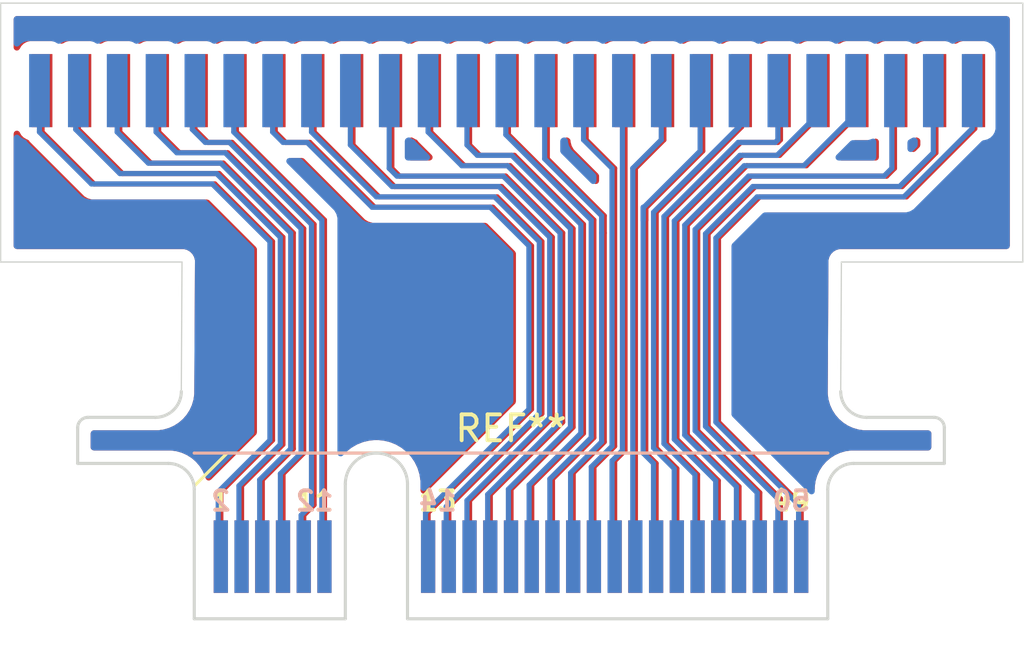
<source format=kicad_pcb>
(kicad_pcb (version 20241229) (generator "pcbnew") (generator_version "9.0")
  (layers (0 "F.Cu" signal) (2 "B.Cu" signal) (13 "F.Paste" user) (15 "B.Paste" user) (5 "F.SilkS" user "F.Silkscreen") (7 "B.SilkS" user "B.Silkscreen") (1 "F.Mask" user) (3 "B.Mask" user) (25 "Edge.Cuts" user))
  (net 0 "")
  (net 1 "1")
  (net 2 "3")
  (net 3 "5")
  (net 4 "7")
  (net 5 "9")
  (net 6 "11")
  (net 7 "13")
  (net 8 "15")
  (net 9 "17")
  (net 10 "19")
  (net 11 "21")
  (net 12 "23")
  (net 13 "25")
  (net 14 "27")
  (net 15 "29")
  (net 16 "31")
  (net 17 "33")
  (net 18 "35")
  (net 19 "37")
  (net 20 "39")
  (net 21 "41")
  (net 22 "43")
  (net 23 "45")
  (net 24 "47")
  (net 25 "49")
  (footprint "Connector_Samtec_HSEC8:Samtec_HSEC8-125-X-X-DV-BL_2x25_P0.8mm_Edge" (layer "F.Cu") (at 137.2 106.4)
    (property "Reference" "REF**" (at 0 -7.35 0) (layer "F.SilkS"))
    (property "Value" "Samtec_HSEC8-125-X-X-DV-BL_2x25_P0.8mm_Edge" (hide yes))
    (fp_line (start -12.225 -5.13) (end -10.955 -6.4) (stroke (width 0.12)) (layer "F.SilkS"))
    (fp_line (start -10.955 -6.4) (end 12.225 -6.4) (stroke (width 0.12)) (layer "F.SilkS"))
    (fp_line (start -12.225 -6.4) (end -12.225 -6.4) (stroke (width 0.12)) (layer "B.SilkS"))
    (fp_line (start -12.225 -6.4) (end 12.225 -6.4) (stroke (width 0.12)) (layer "B.SilkS"))
    (fp_line (start -16.725 -6) (end -16.725 -7.38) (stroke (width 0.12)) (layer "Edge.Cuts"))
    (fp_line (start -16.325 -7.78) (end -13.725 -7.78) (stroke (width 0.12)) (layer "Edge.Cuts"))
    (fp_line (start -13.225 -6) (end -16.725 -6) (stroke (width 0.12)) (layer "Edge.Cuts"))
    (fp_line (start -12.225 -5) (end -12.225 0) (stroke (width 0.12)) (layer "Edge.Cuts"))
    (fp_line (start -12.225 0) (end -6.395 0) (stroke (width 0.12)) (layer "Edge.Cuts"))
    (fp_line (start -6.395 0) (end -6.395 -5.2) (stroke (width 0.12)) (layer "Edge.Cuts"))
    (fp_line (start -3.995 -5.2) (end -3.995 0) (stroke (width 0.12)) (layer "Edge.Cuts"))
    (fp_line (start -3.995 0) (end 12.225 0) (stroke (width 0.12)) (layer "Edge.Cuts"))
    (fp_line (start 12.225 0) (end 12.225 -5) (stroke (width 0.12)) (layer "Edge.Cuts"))
    (fp_line (start 13.225 -6) (end 16.725 -6) (stroke (width 0.12)) (layer "Edge.Cuts"))
    (fp_line (start 16.325 -7.78) (end 13.725 -7.78) (stroke (width 0.12)) (layer "Edge.Cuts"))
    (fp_line (start 16.725 -6) (end 16.725 -7.38) (stroke (width 0.12)) (layer "Edge.Cuts"))
    (fp_arc (start -16.725 -7.38) (mid -16.607843 -7.662843) (end -16.325 -7.78) (stroke (width 0.12)) (layer "Edge.Cuts"))
    (fp_arc (start -13.225 -6) (mid -12.517893 -5.707107) (end -12.225 -5) (stroke (width 0.12)) (layer "Edge.Cuts"))
    (fp_arc (start -12.725 -8.78) (mid -13.017893 -8.072893) (end -13.725 -7.78) (stroke (width 0.12)) (layer "Edge.Cuts"))
    (fp_arc (start -6.395 -5.2) (mid -5.195 -6.4) (end -3.995 -5.2) (stroke (width 0.12)) (layer "Edge.Cuts"))
    (fp_arc (start 12.225 -5) (mid 12.517893 -5.707107) (end 13.225 -6) (stroke (width 0.12)) (layer "Edge.Cuts"))
    (fp_arc (start 13.725 -7.78) (mid 13.017893 -8.072893) (end 12.725 -8.78) (stroke (width 0.12)) (layer "Edge.Cuts"))
    (fp_arc (start 16.325 -7.78) (mid 16.607843 -7.662843) (end 16.725 -7.38) (stroke (width 0.12)) (layer "Edge.Cuts"))
    (fp_text user "49" (at 10.825 -4.55 0) (layer "F.SilkS") (effects (font (size 0.75 0.75))))
    (fp_text user "11" (at -7.575 -4.55 0) (layer "F.SilkS") (effects (font (size 0.75 0.75))))
    (fp_text user "13" (at -2.825 -4.55 0) (layer "F.SilkS") (effects (font (size 0.75 0.75))))
    (fp_text user "1" (at -11.2 -4.55 0) (layer "F.SilkS") (effects (font (size 0.75 0.75))))
    (fp_text user "2" (at -11.2 -4.55 0) (layer "B.SilkS") (effects (font (size 0.75 0.75)) (justify mirror)))
    (fp_text user "50" (at 10.825 -4.55 0) (layer "B.SilkS") (effects (font (size 0.75 0.75)) (justify mirror)))
    (fp_text user "14" (at -2.825 -4.55 0) (layer "B.SilkS") (effects (font (size 0.75 0.75)) (justify mirror)))
    (fp_text user "12" (at -7.575 -4.55 0) (layer "B.SilkS") (effects (font (size 0.75 0.75)) (justify mirror)))
    (pad "1" connect rect (at -11.2 -2.4) (size 0.55 2.8) (layers "F.Cu" "F.Mask") (net 1 "1"))
    (pad "2" connect rect (at -11.2 -2.4) (size 0.55 2.8) (layers "B.Cu" "B.Mask"))
    (pad "3" connect rect (at -10.4 -2.4) (size 0.55 2.8) (layers "F.Cu" "F.Mask") (net 2 "3"))
    (pad "4" connect rect (at -10.4 -2.4) (size 0.55 2.8) (layers "B.Cu" "B.Mask"))
    (pad "5" connect rect (at -9.6 -2.4) (size 0.55 2.8) (layers "F.Cu" "F.Mask") (net 3 "5"))
    (pad "6" connect rect (at -9.6 -2.4) (size 0.55 2.8) (layers "B.Cu" "B.Mask"))
    (pad "7" connect rect (at -8.8 -2.4) (size 0.55 2.8) (layers "F.Cu" "F.Mask") (net 4 "7"))
    (pad "8" connect rect (at -8.8 -2.4) (size 0.55 2.8) (layers "B.Cu" "B.Mask"))
    (pad "9" connect rect (at -8 -2.4) (size 0.55 2.8) (layers "F.Cu" "F.Mask") (net 5 "9"))
    (pad "10" connect rect (at -8 -2.4) (size 0.55 2.8) (layers "B.Cu" "B.Mask"))
    (pad "11" connect rect (at -7.2 -2.4) (size 0.55 2.8) (layers "F.Cu" "F.Mask") (net 6 "11"))
    (pad "12" connect rect (at -7.2 -2.4) (size 0.55 2.8) (layers "B.Cu" "B.Mask"))
    (pad "13" connect rect (at -3.2 -2.4) (size 0.55 2.8) (layers "F.Cu" "F.Mask") (net 7 "13"))
    (pad "14" connect rect (at -3.2 -2.4) (size 0.55 2.8) (layers "B.Cu" "B.Mask"))
    (pad "15" connect rect (at -2.4 -2.4) (size 0.55 2.8) (layers "F.Cu" "F.Mask") (net 8 "15"))
    (pad "16" connect rect (at -2.4 -2.4) (size 0.55 2.8) (layers "B.Cu" "B.Mask"))
    (pad "17" connect rect (at -1.6 -2.4) (size 0.55 2.8) (layers "F.Cu" "F.Mask") (net 9 "17"))
    (pad "18" connect rect (at -1.6 -2.4) (size 0.55 2.8) (layers "B.Cu" "B.Mask"))
    (pad "19" connect rect (at -0.8 -2.4) (size 0.55 2.8) (layers "F.Cu" "F.Mask") (net 10 "19"))
    (pad "20" connect rect (at -0.8 -2.4) (size 0.55 2.8) (layers "B.Cu" "B.Mask"))
    (pad "21" connect rect (at 0 -2.4) (size 0.55 2.8) (layers "F.Cu" "F.Mask") (net 11 "21"))
    (pad "22" connect rect (at 0 -2.4) (size 0.55 2.8) (layers "B.Cu" "B.Mask"))
    (pad "23" connect rect (at 0.8 -2.4) (size 0.55 2.8) (layers "F.Cu" "F.Mask") (net 12 "23"))
    (pad "24" connect rect (at 0.8 -2.4) (size 0.55 2.8) (layers "B.Cu" "B.Mask"))
    (pad "25" connect rect (at 1.6 -2.4) (size 0.55 2.8) (layers "F.Cu" "F.Mask") (net 13 "25"))
    (pad "26" connect rect (at 1.6 -2.4) (size 0.55 2.8) (layers "B.Cu" "B.Mask"))
    (pad "27" connect rect (at 2.4 -2.4) (size 0.55 2.8) (layers "F.Cu" "F.Mask") (net 14 "27"))
    (pad "28" connect rect (at 2.4 -2.4) (size 0.55 2.8) (layers "B.Cu" "B.Mask"))
    (pad "29" connect rect (at 3.2 -2.4) (size 0.55 2.8) (layers "F.Cu" "F.Mask") (net 15 "29"))
    (pad "30" connect rect (at 3.2 -2.4) (size 0.55 2.8) (layers "B.Cu" "B.Mask"))
    (pad "31" connect rect (at 4 -2.4) (size 0.55 2.8) (layers "F.Cu" "F.Mask") (net 16 "31"))
    (pad "32" connect rect (at 4 -2.4) (size 0.55 2.8) (layers "B.Cu" "B.Mask"))
    (pad "33" connect rect (at 4.8 -2.4) (size 0.55 2.8) (layers "F.Cu" "F.Mask") (net 17 "33"))
    (pad "34" connect rect (at 4.8 -2.4) (size 0.55 2.8) (layers "B.Cu" "B.Mask"))
    (pad "35" connect rect (at 5.6 -2.4) (size 0.55 2.8) (layers "F.Cu" "F.Mask") (net 18 "35"))
    (pad "36" connect rect (at 5.6 -2.4) (size 0.55 2.8) (layers "B.Cu" "B.Mask"))
    (pad "37" connect rect (at 6.4 -2.4) (size 0.55 2.8) (layers "F.Cu" "F.Mask") (net 19 "37"))
    (pad "38" connect rect (at 6.4 -2.4) (size 0.55 2.8) (layers "B.Cu" "B.Mask"))
    (pad "39" connect rect (at 7.2 -2.4) (size 0.55 2.8) (layers "F.Cu" "F.Mask") (net 20 "39"))
    (pad "40" connect rect (at 7.2 -2.4) (size 0.55 2.8) (layers "B.Cu" "B.Mask"))
    (pad "41" connect rect (at 8 -2.4) (size 0.55 2.8) (layers "F.Cu" "F.Mask") (net 21 "41"))
    (pad "42" connect rect (at 8 -2.4) (size 0.55 2.8) (layers "B.Cu" "B.Mask"))
    (pad "43" connect rect (at 8.8 -2.4) (size 0.55 2.8) (layers "F.Cu" "F.Mask") (net 22 "43"))
    (pad "44" connect rect (at 8.8 -2.4) (size 0.55 2.8) (layers "B.Cu" "B.Mask"))
    (pad "45" connect rect (at 9.6 -2.4) (size 0.55 2.8) (layers "F.Cu" "F.Mask") (net 23 "45"))
    (pad "46" connect rect (at 9.6 -2.4) (size 0.55 2.8) (layers "B.Cu" "B.Mask"))
    (pad "47" connect rect (at 10.4 -2.4) (size 0.55 2.8) (layers "F.Cu" "F.Mask") (net 24 "47"))
    (pad "48" connect rect (at 10.4 -2.4) (size 0.55 2.8) (layers "B.Cu" "B.Mask"))
    (pad "49" connect rect (at 11.2 -2.4) (size 0.55 2.8) (layers "F.Cu" "F.Mask") (net 25 "49"))
    (pad "50" connect rect (at 11.2 -2.4) (size 0.55 2.8) (layers "B.Cu" "B.Mask"))
  )
  (gr_rect (start 148.7 84.5873) (end 149.5 87.4127) (fill yes) (layer "F.Cu") (net 21))
  (gr_rect (start 142.7 84.5873) (end 143.5 87.4127) (fill yes) (layer "F.Cu") (net 17))
  (gr_rect (start 133.7 84.5873) (end 134.5 87.4127) (fill yes) (layer "F.Cu") (net 11))
  (gr_rect (start 129.2 84.5873) (end 130 87.4127) (fill yes) (layer "F.Cu") (net 8))
  (gr_rect (start 139.7 84.5873) (end 140.5 87.4127) (fill yes) (layer "F.Cu") (net 15))
  (gr_rect (start 154.7 84.5873) (end 155.5 87.4127) (fill yes) (layer "F.Cu") (net 25))
  (gr_rect (start 130.7 84.5873) (end 131.5 87.4127) (fill yes) (layer "F.Cu") (net 9))
  (gr_rect (start 118.7 84.5873) (end 119.5 87.4127) (fill yes) (layer "F.Cu") (net 1))
  (gr_rect (start 132.2 84.5873) (end 133 87.4127) (fill yes) (layer "F.Cu") (net 10))
  (gr_rect (start 138.2 84.5873) (end 139 87.4127) (fill yes) (layer "F.Cu") (net 14))
  (gr_rect (start 126.2 84.5873) (end 127 87.4127) (fill yes) (layer "F.Cu") (net 6))
  (gr_rect (start 127.7 84.5873) (end 128.5 87.4127) (fill yes) (layer "F.Cu") (net 7))
  (gr_rect (start 145.7 84.5873) (end 146.5 87.4127) (fill yes) (layer "F.Cu") (net 19))
  (gr_rect (start 153.2 84.5873) (end 154 87.4127) (fill yes) (layer "F.Cu") (net 24))
  (gr_rect (start 136.7 84.5873) (end 137.5 87.4127) (fill yes) (layer "F.Cu") (net 13))
  (gr_rect (start 151.7 84.5873) (end 152.5 87.4127) (fill yes) (layer "F.Cu") (net 23))
  (gr_rect (start 144.2 84.5873) (end 145 87.4127) (fill yes) (layer "F.Cu") (net 18))
  (gr_rect (start 124.7 84.5873) (end 125.5 87.4127) (fill yes) (layer "F.Cu") (net 5))
  (gr_rect (start 150.2 84.5873) (end 151 87.4127) (fill yes) (layer "F.Cu") (net 22))
  (gr_rect (start 135.2 84.5873) (end 136 87.4127) (fill yes) (layer "F.Cu") (net 12))
  (gr_rect (start 141.2 84.5873) (end 142 87.4127) (fill yes) (layer "F.Cu") (net 16))
  (gr_rect (start 123.2 84.5873) (end 124 87.4127) (fill yes) (layer "F.Cu") (net 4))
  (gr_rect (start 120.2 84.5873) (end 121 87.4127) (fill yes) (layer "F.Cu") (net 2))
  (gr_rect (start 147.2 84.5873) (end 148 87.4127) (fill yes) (layer "F.Cu") (net 20))
  (gr_rect (start 121.7 84.5873) (end 122.5 87.4127) (fill yes) (layer "F.Cu") (net 3))
  (gr_rect (start 144.9 84.5873) (end 144.1 87.4127) (fill yes) (layer "B.Cu") (net 18))
  (gr_rect (start 152.4 84.5873) (end 151.6 87.4127) (fill yes) (layer "B.Cu") (net 23))
  (gr_rect (start 137.4 84.5873) (end 136.6 87.4127) (fill yes) (layer "B.Cu") (net 13))
  (gr_rect (start 122.4 84.5873) (end 121.6 87.4127) (fill yes) (layer "B.Cu") (net 3))
  (gr_rect (start 119.4 84.5873) (end 118.6 87.4127) (fill yes) (layer "B.Cu") (net 1))
  (gr_rect (start 141.9 84.5873) (end 141.1 87.4127) (fill yes) (layer "B.Cu") (net 16))
  (gr_rect (start 138.9 84.5873) (end 138.1 87.4127) (fill yes) (layer "B.Cu") (net 14))
  (gr_rect (start 131.4 84.5873) (end 130.6 87.4127) (fill yes) (layer "B.Cu") (net 9))
  (gr_rect (start 132.9 84.5873) (end 132.1 87.4127) (fill yes) (layer "B.Cu") (net 10))
  (gr_rect (start 128.4 84.5873) (end 127.6 87.4127) (fill yes) (layer "B.Cu") (net 7))
  (gr_rect (start 150.9 84.5873) (end 150.1 87.4127) (fill yes) (layer "B.Cu") (net 22))
  (gr_rect (start 155.4 84.5873) (end 154.6 87.4127) (fill yes) (layer "B.Cu") (net 25))
  (gr_rect (start 134.4 84.5873) (end 133.6 87.4127) (fill yes) (layer "B.Cu") (net 11))
  (gr_rect (start 147.9 84.5873) (end 147.1 87.4127) (fill yes) (layer "B.Cu") (net 20))
  (gr_rect (start 146.4 84.5873) (end 145.6 87.4127) (fill yes) (layer "B.Cu") (net 19))
  (gr_rect (start 125.4 84.5873) (end 124.6 87.4127) (fill yes) (layer "B.Cu") (net 5))
  (gr_rect (start 126.9 84.5873) (end 126.1 87.4127) (fill yes) (layer "B.Cu") (net 6))
  (gr_rect (start 143.4 84.5873) (end 142.6 87.4127) (fill yes) (layer "B.Cu") (net 17))
  (gr_rect (start 129.9 84.5873) (end 129.1 87.4127) (fill yes) (layer "B.Cu") (net 8))
  (gr_rect (start 120.9 84.5873) (end 120.1 87.4127) (fill yes) (layer "B.Cu") (net 2))
  (gr_rect (start 135.9 84.5873) (end 135.1 87.4127) (fill yes) (layer "B.Cu") (net 12))
  (gr_rect (start 153.9 84.5873) (end 153.1 87.4127) (fill yes) (layer "B.Cu") (net 24))
  (gr_rect (start 149.4 84.5873) (end 148.6 87.4127) (fill yes) (layer "B.Cu") (net 21))
  (gr_rect (start 140.4 84.5873) (end 139.6 87.4127) (fill yes) (layer "B.Cu") (net 15))
  (gr_rect (start 123.9 84.5873) (end 123.1 87.4127) (fill yes) (layer "B.Cu") (net 4))
  (gr_line (start 156.952061 92.620073) (end 149.952061 92.620073) (stroke (width 0.05)) (layer "Edge.Cuts"))
  (gr_line (start 149.925 97.62) (end 149.952061 92.620073) (stroke (width 0.05)) (layer "Edge.Cuts"))
  (gr_line (start 124.475 97.62) (end 124.502061 92.620073) (stroke (width 0.05)) (layer "Edge.Cuts"))
  (gr_line (start 156.952061 92.620073) (end 156.952061 82.620073) (stroke (width 0.05)) (layer "Edge.Cuts"))
  (gr_line (start 124.502061 92.620073) (end 117.502061 92.620073) (stroke (width 0.05)) (layer "Edge.Cuts"))
  (gr_line (start 117.502061 92.620073) (end 117.502061 82.620073) (stroke (width 0.05)) (layer "Edge.Cuts"))
  (gr_line (start 156.952061 82.620073) (end 117.502061 82.620073) (stroke (width 0.05)) (layer "Edge.Cuts"))
  (segment (start 121.104 89.604) (end 119.1 87.6) (width 0.2) (layer "F.Cu") (net 1))
  (segment (start 127.995 99.5017) (end 127.995 91.8305) (width 0.2) (layer "F.Cu") (net 1))
  (segment (start 127.995 91.8305) (end 125.7685 89.604) (width 0.2) (layer "F.Cu") (net 1))
  (segment (start 126 101.4967) (end 127.995 99.5017) (width 0.2) (layer "F.Cu") (net 1))
  (segment (start 126 104) (end 126 101.4967) (width 0.2) (layer "F.Cu") (net 1))
  (segment (start 125.7685 89.604) (end 121.104 89.604) (width 0.2) (layer "F.Cu") (net 1))
  (segment (start 119.1 87.6) (end 119.1 86) (width 0.2) (layer "F.Cu") (net 1))
  (segment (start 127.895 91.8305) (end 125.6685 89.604) (width 0.2) (layer "B.Cu") (net 1))
  (segment (start 125.9 101.4967) (end 127.895 99.5017) (width 0.2) (layer "B.Cu") (net 1))
  (segment (start 125.6685 89.604) (end 121.004 89.604) (width 0.2) (layer "B.Cu") (net 1))
  (segment (start 127.895 99.5017) (end 127.895 91.8305) (width 0.2) (layer "B.Cu") (net 1))
  (segment (start 125.9 104) (end 125.9 101.4967) (width 0.2) (layer "B.Cu") (net 1))
  (segment (start 121.004 89.604) (end 119 87.6) (width 0.2) (layer "B.Cu") (net 1))
  (segment (start 119 87.6) (end 119 86) (width 0.2) (layer "B.Cu") (net 1))
  (segment (start 122.203 89.203) (end 125.9346 89.203) (width 0.2) (layer "F.Cu") (net 2))
  (segment (start 128.396 91.6644) (end 128.396 99.6678) (width 0.2) (layer "F.Cu") (net 2))
  (segment (start 120.5 86.1) (end 120.5 87.5) (width 0.2) (layer "F.Cu") (net 2))
  (segment (start 126.8 101.2638) (end 126.8 104) (width 0.2) (layer "F.Cu") (net 2))
  (segment (start 120.5 87.5) (end 122.203 89.203) (width 0.2) (layer "F.Cu") (net 2))
  (segment (start 125.9346 89.203) (end 128.396 91.6644) (width 0.2) (layer "F.Cu") (net 2))
  (segment (start 128.396 99.6678) (end 126.8 101.2638) (width 0.2) (layer "F.Cu") (net 2))
  (segment (start 120.6 86) (end 120.5 86.1) (width 0.2) (layer "F.Cu") (net 2))
  (segment (start 120.4 87.5) (end 122.103 89.203) (width 0.2) (layer "B.Cu") (net 2))
  (segment (start 120.5 86) (end 120.4 86.1) (width 0.2) (layer "B.Cu") (net 2))
  (segment (start 128.296 99.6678) (end 126.7 101.2638) (width 0.2) (layer "B.Cu") (net 2))
  (segment (start 120.4 86.1) (end 120.4 87.5) (width 0.2) (layer "B.Cu") (net 2))
  (segment (start 125.8346 89.203) (end 128.296 91.6644) (width 0.2) (layer "B.Cu") (net 2))
  (segment (start 126.7 101.2638) (end 126.7 104) (width 0.2) (layer "B.Cu") (net 2))
  (segment (start 128.296 91.6644) (end 128.296 99.6678) (width 0.2) (layer "B.Cu") (net 2))
  (segment (start 122.103 89.203) (end 125.8346 89.203) (width 0.2) (layer "B.Cu") (net 2))
  (segment (start 128.797 99.8339) (end 128.797 91.4983) (width 0.2) (layer "F.Cu") (net 3))
  (segment (start 127.6 101.0309) (end 128.797 99.8339) (width 0.2) (layer "F.Cu") (net 3))
  (segment (start 122.1 87.6) (end 122.1 86) (width 0.2) (layer "F.Cu") (net 3))
  (segment (start 128.797 91.4983) (end 126.1007 88.802) (width 0.2) (layer "F.Cu") (net 3))
  (segment (start 123.302 88.802) (end 122.1 87.6) (width 0.2) (layer "F.Cu") (net 3))
  (segment (start 126.1007 88.802) (end 123.302 88.802) (width 0.2) (layer "F.Cu") (net 3))
  (segment (start 127.6 104) (end 127.6 101.0309) (width 0.2) (layer "F.Cu") (net 3))
  (segment (start 127.5 101.0309) (end 128.697 99.8339) (width 0.2) (layer "B.Cu") (net 3))
  (segment (start 123.202 88.802) (end 122 87.6) (width 0.2) (layer "B.Cu") (net 3))
  (segment (start 128.697 91.4983) (end 126.0007 88.802) (width 0.2) (layer "B.Cu") (net 3))
  (segment (start 122 87.6) (end 122 86) (width 0.2) (layer "B.Cu") (net 3))
  (segment (start 126.0007 88.802) (end 123.202 88.802) (width 0.2) (layer "B.Cu") (net 3))
  (segment (start 127.5 104) (end 127.5 101.0309) (width 0.2) (layer "B.Cu") (net 3))
  (segment (start 128.697 99.8339) (end 128.697 91.4983) (width 0.2) (layer "B.Cu") (net 3))
  (segment (start 129.198 91.3322) (end 129.198 100) (width 0.2) (layer "F.Cu") (net 4))
  (segment (start 123.6 87.6) (end 124.401 88.401) (width 0.2) (layer "F.Cu") (net 4))
  (segment (start 123.6 86) (end 123.6 87.6) (width 0.2) (layer "F.Cu") (net 4))
  (segment (start 124.401 88.401) (end 126.2668 88.401) (width 0.2) (layer "F.Cu") (net 4))
  (segment (start 126.2668 88.401) (end 129.198 91.3322) (width 0.2) (layer "F.Cu") (net 4))
  (segment (start 129.198 100) (end 128.4 100.798) (width 0.2) (layer "F.Cu") (net 4))
  (segment (start 128.4 100.798) (end 128.4 104) (width 0.2) (layer "F.Cu") (net 4))
  (segment (start 126.1668 88.401) (end 129.098 91.3322) (width 0.2) (layer "B.Cu") (net 4))
  (segment (start 129.098 91.3322) (end 129.098 100) (width 0.2) (layer "B.Cu") (net 4))
  (segment (start 123.5 86) (end 123.5 87.6) (width 0.2) (layer "B.Cu") (net 4))
  (segment (start 129.098 100) (end 128.3 100.798) (width 0.2) (layer "B.Cu") (net 4))
  (segment (start 124.301 88.401) (end 126.1668 88.401) (width 0.2) (layer "B.Cu") (net 4))
  (segment (start 128.3 100.798) (end 128.3 104) (width 0.2) (layer "B.Cu") (net 4))
  (segment (start 123.5 87.6) (end 124.301 88.401) (width 0.2) (layer "B.Cu") (net 4))
  (segment (start 125 87.5) (end 125 86.1) (width 0.2) (layer "F.Cu") (net 5))
  (segment (start 126.4329 88) (end 125.5 88) (width 0.2) (layer "F.Cu") (net 5))
  (segment (start 129.599 102.001) (end 129.599 91.1661) (width 0.2) (layer "F.Cu") (net 5))
  (segment (start 129.2 102.4) (end 129.599 102.001) (width 0.2) (layer "F.Cu") (net 5))
  (segment (start 125 86.1) (end 125.1 86) (width 0.2) (layer "F.Cu") (net 5))
  (segment (start 129.599 91.1661) (end 126.4329 88) (width 0.2) (layer "F.Cu") (net 5))
  (segment (start 129.2 104) (end 129.2 102.4) (width 0.2) (layer "F.Cu") (net 5))
  (segment (start 125.5 88) (end 125 87.5) (width 0.2) (layer "F.Cu") (net 5))
  (segment (start 129.499 91.1661) (end 126.3329 88) (width 0.2) (layer "B.Cu") (net 5))
  (segment (start 129.1 104) (end 129.1 102.4) (width 0.2) (layer "B.Cu") (net 5))
  (segment (start 129.1 102.4) (end 129.499 102.001) (width 0.2) (layer "B.Cu") (net 5))
  (segment (start 125.4 88) (end 124.9 87.5) (width 0.2) (layer "B.Cu") (net 5))
  (segment (start 129.499 102.001) (end 129.499 91.1661) (width 0.2) (layer "B.Cu") (net 5))
  (segment (start 126.3329 88) (end 125.4 88) (width 0.2) (layer "B.Cu") (net 5))
  (segment (start 124.9 87.5) (end 124.9 86.1) (width 0.2) (layer "B.Cu") (net 5))
  (segment (start 124.9 86.1) (end 125 86) (width 0.2) (layer "B.Cu") (net 5))
  (segment (start 130 91) (end 130 104) (width 0.2) (layer "F.Cu") (net 6))
  (segment (start 126.6 87.6) (end 130 91) (width 0.2) (layer "F.Cu") (net 6))
  (segment (start 126.6 86) (end 126.6 87.6) (width 0.2) (layer "F.Cu") (net 6))
  (segment (start 126.5 87.6) (end 129.9 91) (width 0.2) (layer "B.Cu") (net 6))
  (segment (start 126.5 86) (end 126.5 87.6) (width 0.2) (layer "B.Cu") (net 6))
  (segment (start 129.9 91) (end 129.9 104) (width 0.2) (layer "B.Cu") (net 6))
  (segment (start 128.5 88) (end 129.4329 88) (width 0.2) (layer "F.Cu") (net 7))
  (segment (start 131.9379 90.505) (end 136.4994 90.505) (width 0.2) (layer "F.Cu") (net 7))
  (segment (start 129.4329 88) (end 131.9379 90.505) (width 0.2) (layer "F.Cu") (net 7))
  (segment (start 136.4994 90.505) (end 137.991 91.9966) (width 0.2) (layer "F.Cu") (net 7))
  (segment (start 137.991 98.3077) (end 134 102.2987) (width 0.2) (layer "F.Cu") (net 7))
  (segment (start 128.1 86) (end 128.1 87.6) (width 0.2) (layer "F.Cu") (net 7))
  (segment (start 134 102.2987) (end 134 104) (width 0.2) (layer "F.Cu") (net 7))
  (segment (start 128.1 87.6) (end 128.5 88) (width 0.2) (layer "F.Cu") (net 7))
  (segment (start 137.991 91.9966) (end 137.991 98.3077) (width 0.2) (layer "F.Cu") (net 7))
  (segment (start 128 87.6) (end 128.4 88) (width 0.2) (layer "B.Cu") (net 7))
  (segment (start 131.8379 90.505) (end 136.3994 90.505) (width 0.2) (layer "B.Cu") (net 7))
  (segment (start 136.3994 90.505) (end 137.891 91.9966) (width 0.2) (layer "B.Cu") (net 7))
  (segment (start 133.9 102.2987) (end 133.9 104) (width 0.2) (layer "B.Cu") (net 7))
  (segment (start 137.891 98.3077) (end 133.9 102.2987) (width 0.2) (layer "B.Cu") (net 7))
  (segment (start 137.891 91.9966) (end 137.891 98.3077) (width 0.2) (layer "B.Cu") (net 7))
  (segment (start 128.4 88) (end 129.3329 88) (width 0.2) (layer "B.Cu") (net 7))
  (segment (start 129.3329 88) (end 131.8379 90.505) (width 0.2) (layer "B.Cu") (net 7))
  (segment (start 128 86) (end 128 87.6) (width 0.2) (layer "B.Cu") (net 7))
  (segment (start 138.392 98.4738) (end 138.392 91.8305) (width 0.2) (layer "F.Cu") (net 8))
  (segment (start 138.392 91.8305) (end 136.6655 90.104) (width 0.2) (layer "F.Cu") (net 8))
  (segment (start 132.104 90.104) (end 129.6 87.6) (width 0.2) (layer "F.Cu") (net 8))
  (segment (start 134.8 102.0658) (end 138.392 98.4738) (width 0.2) (layer "F.Cu") (net 8))
  (segment (start 134.8 104) (end 134.8 102.0658) (width 0.2) (layer "F.Cu") (net 8))
  (segment (start 129.6 87.6) (end 129.6 86) (width 0.2) (layer "F.Cu") (net 8))
  (segment (start 136.6655 90.104) (end 132.104 90.104) (width 0.2) (layer "F.Cu") (net 8))
  (segment (start 138.292 91.8305) (end 136.5655 90.104) (width 0.2) (layer "B.Cu") (net 8))
  (segment (start 134.7 102.0658) (end 138.292 98.4738) (width 0.2) (layer "B.Cu") (net 8))
  (segment (start 136.5655 90.104) (end 132.004 90.104) (width 0.2) (layer "B.Cu") (net 8))
  (segment (start 129.5 87.6) (end 129.5 86) (width 0.2) (layer "B.Cu") (net 8))
  (segment (start 138.292 98.4738) (end 138.292 91.8305) (width 0.2) (layer "B.Cu") (net 8))
  (segment (start 134.7 104) (end 134.7 102.0658) (width 0.2) (layer "B.Cu") (net 8))
  (segment (start 132.004 90.104) (end 129.5 87.6) (width 0.2) (layer "B.Cu") (net 8))
  (segment (start 136.8316 89.703) (end 138.793 91.6644) (width 0.2) (layer "F.Cu") (net 9))
  (segment (start 131.1 86) (end 131.1 88.1) (width 0.2) (layer "F.Cu") (net 9))
  (segment (start 138.793 91.6644) (end 138.793 98.6399) (width 0.2) (layer "F.Cu") (net 9))
  (segment (start 132.703 89.703) (end 136.8316 89.703) (width 0.2) (layer "F.Cu") (net 9))
  (segment (start 131.1 88.1) (end 132.703 89.703) (width 0.2) (layer "F.Cu") (net 9))
  (segment (start 135.6 101.8329) (end 135.6 104) (width 0.2) (layer "F.Cu") (net 9))
  (segment (start 138.793 98.6399) (end 135.6 101.8329) (width 0.2) (layer "F.Cu") (net 9))
  (segment (start 138.693 98.6399) (end 135.5 101.8329) (width 0.2) (layer "B.Cu") (net 9))
  (segment (start 132.603 89.703) (end 136.7316 89.703) (width 0.2) (layer "B.Cu") (net 9))
  (segment (start 136.7316 89.703) (end 138.693 91.6644) (width 0.2) (layer "B.Cu") (net 9))
  (segment (start 138.693 91.6644) (end 138.693 98.6399) (width 0.2) (layer "B.Cu") (net 9))
  (segment (start 135.5 101.8329) (end 135.5 104) (width 0.2) (layer "B.Cu") (net 9))
  (segment (start 131 86) (end 131 88.1) (width 0.2) (layer "B.Cu") (net 9))
  (segment (start 131 88.1) (end 132.603 89.703) (width 0.2) (layer "B.Cu") (net 9))
  (segment (start 132.6 89.004) (end 132.6 86) (width 0.2) (layer "F.Cu") (net 10))
  (segment (start 139.194 98.806) (end 139.194 91.4983) (width 0.2) (layer "F.Cu") (net 10))
  (segment (start 136.4 104) (end 136.4 101.6) (width 0.2) (layer "F.Cu") (net 10))
  (segment (start 139.194 91.4983) (end 136.9977 89.302) (width 0.2) (layer "F.Cu") (net 10))
  (segment (start 136.9977 89.302) (end 132.898 89.302) (width 0.2) (layer "F.Cu") (net 10))
  (segment (start 136.4 101.6) (end 139.194 98.806) (width 0.2) (layer "F.Cu") (net 10))
  (segment (start 132.898 89.302) (end 132.6 89.004) (width 0.2) (layer "F.Cu") (net 10))
  (segment (start 132.798 89.302) (end 132.5 89.004) (width 0.2) (layer "B.Cu") (net 10))
  (segment (start 132.5 89.004) (end 132.5 86) (width 0.2) (layer "B.Cu") (net 10))
  (segment (start 136.8977 89.302) (end 132.798 89.302) (width 0.2) (layer "B.Cu") (net 10))
  (segment (start 136.3 101.6) (end 139.094 98.806) (width 0.2) (layer "B.Cu") (net 10))
  (segment (start 139.094 98.806) (end 139.094 91.4983) (width 0.2) (layer "B.Cu") (net 10))
  (segment (start 136.3 104) (end 136.3 101.6) (width 0.2) (layer "B.Cu") (net 10))
  (segment (start 139.094 91.4983) (end 136.8977 89.302) (width 0.2) (layer "B.Cu") (net 10))
  (segment (start 134.1 87.1671) (end 134.1 87.6) (width 0.2) (layer "F.Cu") (net 11))
  (segment (start 135.401 88.901) (end 137.1638 88.901) (width 0.2) (layer "F.Cu") (net 11))
  (segment (start 139.595 99) (end 137.2 101.395) (width 0.2) (layer "F.Cu") (net 11))
  (segment (start 137.1638 88.901) (end 139.595 91.3322) (width 0.2) (layer "F.Cu") (net 11))
  (segment (start 137.2 101.395) (end 137.2 104) (width 0.2) (layer "F.Cu") (net 11))
  (segment (start 134.1 87.6) (end 135.401 88.901) (width 0.2) (layer "F.Cu") (net 11))
  (segment (start 139.595 91.3322) (end 139.595 99) (width 0.2) (layer "F.Cu") (net 11))
  (segment (start 135.301 88.901) (end 137.0638 88.901) (width 0.2) (layer "B.Cu") (net 11))
  (segment (start 139.495 91.3322) (end 139.495 99) (width 0.2) (layer "B.Cu") (net 11))
  (segment (start 134 87.6) (end 135.301 88.901) (width 0.2) (layer "B.Cu") (net 11))
  (segment (start 137.1 101.395) (end 137.1 104) (width 0.2) (layer "B.Cu") (net 11))
  (segment (start 139.495 99) (end 137.1 101.395) (width 0.2) (layer "B.Cu") (net 11))
  (segment (start 134 87.1671) (end 134 87.6) (width 0.2) (layer "B.Cu") (net 11))
  (segment (start 137.0638 88.901) (end 139.495 91.3322) (width 0.2) (layer "B.Cu") (net 11))
  (segment (start 137.3299 88.5) (end 139.996 91.1661) (width 0.2) (layer "F.Cu") (net 12))
  (segment (start 136 88.5) (end 137.3299 88.5) (width 0.2) (layer "F.Cu") (net 12))
  (segment (start 138 101.2316) (end 138 104) (width 0.2) (layer "F.Cu") (net 12))
  (segment (start 139.996 91.1661) (end 139.996 99.2356) (width 0.2) (layer "F.Cu") (net 12))
  (segment (start 139.996 99.2356) (end 138 101.2316) (width 0.2) (layer "F.Cu") (net 12))
  (segment (start 135.6 86) (end 135.6 88.1) (width 0.2) (layer "F.Cu") (net 12))
  (segment (start 135.6 88.1) (end 136 88.5) (width 0.2) (layer "F.Cu") (net 12))
  (segment (start 135.5 86) (end 135.5 88.1) (width 0.2) (layer "B.Cu") (net 12))
  (segment (start 137.9 101.2316) (end 137.9 104) (width 0.2) (layer "B.Cu") (net 12))
  (segment (start 135.5 88.1) (end 135.9 88.5) (width 0.2) (layer "B.Cu") (net 12))
  (segment (start 135.9 88.5) (end 137.2299 88.5) (width 0.2) (layer "B.Cu") (net 12))
  (segment (start 139.896 99.2356) (end 137.9 101.2316) (width 0.2) (layer "B.Cu") (net 12))
  (segment (start 137.2299 88.5) (end 139.896 91.1661) (width 0.2) (layer "B.Cu") (net 12))
  (segment (start 139.896 91.1661) (end 139.896 99.2356) (width 0.2) (layer "B.Cu") (net 12))
  (segment (start 138.8 100.9987) (end 140.397 99.4017) (width 0.2) (layer "F.Cu") (net 13))
  (segment (start 137.1 87.703) (end 137.1 86) (width 0.2) (layer "F.Cu") (net 13))
  (segment (start 140.397 91) (end 137.1 87.703) (width 0.2) (layer "F.Cu") (net 13))
  (segment (start 140.397 99.4017) (end 140.397 91) (width 0.2) (layer "F.Cu") (net 13))
  (segment (start 138.8 104) (end 138.8 100.9987) (width 0.2) (layer "F.Cu") (net 13))
  (segment (start 138.7 100.9987) (end 140.297 99.4017) (width 0.2) (layer "B.Cu") (net 13))
  (segment (start 138.7 104) (end 138.7 100.9987) (width 0.2) (layer "B.Cu") (net 13))
  (segment (start 137 87.703) (end 137 86) (width 0.2) (layer "B.Cu") (net 13))
  (segment (start 140.297 99.4017) (end 140.297 91) (width 0.2) (layer "B.Cu") (net 13))
  (segment (start 140.297 91) (end 137 87.703) (width 0.2) (layer "B.Cu") (net 13))
  (segment (start 140.798 99.5678) (end 139.6 100.7658) (width 0.2) (layer "F.Cu") (net 14))
  (segment (start 139.6 100.7658) (end 139.6 104) (width 0.2) (layer "F.Cu") (net 14))
  (segment (start 138.6 86.9681) (end 138.6 88.6359) (width 0.2) (layer "F.Cu") (net 14))
  (segment (start 140.798 91.5) (end 140.798 99.5678) (width 0.2) (layer "F.Cu") (net 14))
  (segment (start 138.6 88.6359) (end 140.798 90.8339) (width 0.2) (layer "F.Cu") (net 14))
  (segment (start 140.798 90.8339) (end 140.798 91.5) (width 0.2) (layer "F.Cu") (net 14))
  (segment (start 139.5 100.7658) (end 139.5 104) (width 0.2) (layer "B.Cu") (net 14))
  (segment (start 138.5 86.9681) (end 138.5 88.6359) (width 0.2) (layer "B.Cu") (net 14))
  (segment (start 140.698 90.8339) (end 140.698 91.5) (width 0.2) (layer "B.Cu") (net 14))
  (segment (start 140.698 91.5) (end 140.698 99.5678) (width 0.2) (layer "B.Cu") (net 14))
  (segment (start 140.698 99.5678) (end 139.5 100.7658) (width 0.2) (layer "B.Cu") (net 14))
  (segment (start 138.5 88.6359) (end 140.698 90.8339) (width 0.2) (layer "B.Cu") (net 14))
  (segment (start 140.1 86) (end 140.1 87.901) (width 0.2) (layer "F.Cu") (net 15))
  (segment (start 141.199 89) (end 141.199 99.7339) (width 0.2) (layer "F.Cu") (net 15))
  (segment (start 140.1 87.901) (end 141.199 89) (width 0.2) (layer "F.Cu") (net 15))
  (segment (start 141.199 99.7339) (end 140.4 100.5329) (width 0.2) (layer "F.Cu") (net 15))
  (segment (start 140.4 100.5329) (end 140.4 104) (width 0.2) (layer "F.Cu") (net 15))
  (segment (start 141.099 89) (end 141.099 99.7339) (width 0.2) (layer "B.Cu") (net 15))
  (segment (start 140 86) (end 140 87.901) (width 0.2) (layer "B.Cu") (net 15))
  (segment (start 141.099 99.7339) (end 140.3 100.5329) (width 0.2) (layer "B.Cu") (net 15))
  (segment (start 140 87.901) (end 141.099 89) (width 0.2) (layer "B.Cu") (net 15))
  (segment (start 140.3 100.5329) (end 140.3 104) (width 0.2) (layer "B.Cu") (net 15))
  (segment (start 141.2 100.3) (end 141.2 104) (width 0.2) (layer "F.Cu") (net 16))
  (segment (start 141.6 99.9) (end 141.2 100.3) (width 0.2) (layer "F.Cu") (net 16))
  (segment (start 141.6 86) (end 141.6 99.9) (width 0.2) (layer "F.Cu") (net 16))
  (segment (start 141.5 86) (end 141.5 99.9) (width 0.2) (layer "B.Cu") (net 16))
  (segment (start 141.5 99.9) (end 141.1 100.3) (width 0.2) (layer "B.Cu") (net 16))
  (segment (start 141.1 100.3) (end 141.1 104) (width 0.2) (layer "B.Cu") (net 16))
  (segment (start 142 89) (end 142 104) (width 0.2) (layer "F.Cu") (net 17))
  (segment (start 143.1 86) (end 143.1 87.9) (width 0.2) (layer "F.Cu") (net 17))
  (segment (start 143.1 87.9) (end 142 89) (width 0.2) (layer "F.Cu") (net 17))
  (segment (start 143 87.9) (end 141.9 89) (width 0.2) (layer "B.Cu") (net 17))
  (segment (start 143 86) (end 143 87.9) (width 0.2) (layer "B.Cu") (net 17))
  (segment (start 141.9 89) (end 141.9 104) (width 0.2) (layer "B.Cu") (net 17))
  (segment (start 142.401 90.5319) (end 142.401 91) (width 0.2) (layer "F.Cu") (net 18))
  (segment (start 142.401 100) (end 142.8 100.399) (width 0.2) (layer "F.Cu") (net 18))
  (segment (start 144.6 86) (end 144.6 88.3329) (width 0.2) (layer "F.Cu") (net 18))
  (segment (start 144.6 88.3329) (end 142.401 90.5319) (width 0.2) (layer "F.Cu") (net 18))
  (segment (start 142.401 90.5) (end 142.401 91) (width 0.2) (layer "F.Cu") (net 18))
  (segment (start 142.401 91) (end 142.401 100) (width 0.2) (layer "F.Cu") (net 18))
  (segment (start 142.8 100.399) (end 142.8 104) (width 0.2) (layer "F.Cu") (net 18))
  (segment (start 142.301 91) (end 142.301 100) (width 0.2) (layer "B.Cu") (net 18))
  (segment (start 144.5 86) (end 144.5 88.3329) (width 0.2) (layer "B.Cu") (net 18))
  (segment (start 142.301 90.5319) (end 142.301 91) (width 0.2) (layer "B.Cu") (net 18))
  (segment (start 142.7 100.399) (end 142.7 104) (width 0.2) (layer "B.Cu") (net 18))
  (segment (start 144.5 88.3329) (end 142.301 90.5319) (width 0.2) (layer "B.Cu") (net 18))
  (segment (start 142.301 90.5) (end 142.301 91) (width 0.2) (layer "B.Cu") (net 18))
  (segment (start 142.301 100) (end 142.7 100.399) (width 0.2) (layer "B.Cu") (net 18))
  (segment (start 143.6 100.6) (end 143.6 104) (width 0.2) (layer "F.Cu") (net 19))
  (segment (start 146.1 86) (end 146.1 87.4) (width 0.2) (layer "F.Cu") (net 19))
  (segment (start 146.1 87.4) (end 142.802 90.698) (width 0.2) (layer "F.Cu") (net 19))
  (segment (start 142.802 90.698) (end 142.802 99.802) (width 0.2) (layer "F.Cu") (net 19))
  (segment (start 142.802 99.802) (end 143.6 100.6) (width 0.2) (layer "F.Cu") (net 19))
  (segment (start 146 86) (end 146 87.4) (width 0.2) (layer "B.Cu") (net 19))
  (segment (start 146 87.4) (end 142.702 90.698) (width 0.2) (layer "B.Cu") (net 19))
  (segment (start 142.702 90.698) (end 142.702 99.802) (width 0.2) (layer "B.Cu") (net 19))
  (segment (start 143.5 100.6) (end 143.5 104) (width 0.2) (layer "B.Cu") (net 19))
  (segment (start 142.702 99.802) (end 143.5 100.6) (width 0.2) (layer "B.Cu") (net 19))
  (segment (start 147.6 87.9) (end 147.5 88) (width 0.2) (layer "F.Cu") (net 20))
  (segment (start 143.203 90.8641) (end 143.203 99.6359) (width 0.2) (layer "F.Cu") (net 20))
  (segment (start 146.0671 88) (end 143.203 90.8641) (width 0.2) (layer "F.Cu") (net 20))
  (segment (start 144.4 100.8329) (end 144.4 104) (width 0.2) (layer "F.Cu") (net 20))
  (segment (start 147.6 86) (end 147.6 87.9) (width 0.2) (layer "F.Cu") (net 20))
  (segment (start 143.203 99.6359) (end 144.4 100.8329) (width 0.2) (layer "F.Cu") (net 20))
  (segment (start 147.5 88) (end 146.0671 88) (width 0.2) (layer "F.Cu") (net 20))
  (segment (start 143.103 99.6359) (end 144.3 100.8329) (width 0.2) (layer "B.Cu") (net 20))
  (segment (start 147.5 86) (end 147.5 87.9) (width 0.2) (layer "B.Cu") (net 20))
  (segment (start 147.5 87.9) (end 147.4 88) (width 0.2) (layer "B.Cu") (net 20))
  (segment (start 143.103 90.8641) (end 143.103 99.6359) (width 0.2) (layer "B.Cu") (net 20))
  (segment (start 147.4 88) (end 145.9671 88) (width 0.2) (layer "B.Cu") (net 20))
  (segment (start 144.3 100.8329) (end 144.3 104) (width 0.2) (layer "B.Cu") (net 20))
  (segment (start 145.9671 88) (end 143.103 90.8641) (width 0.2) (layer "B.Cu") (net 20))
  (segment (start 146.1342 88.5) (end 143.604 91.0302) (width 0.2) (layer "F.Cu") (net 21))
  (segment (start 145.2 101.0658) (end 145.2 104) (width 0.2) (layer "F.Cu") (net 21))
  (segment (start 147.5671 88.5) (end 146.1342 88.5) (width 0.2) (layer "F.Cu") (net 21))
  (segment (start 143.604 91.0302) (end 143.604 99.4698) (width 0.2) (layer "F.Cu") (net 21))
  (segment (start 149.1 86) (end 149.1 86.9671) (width 0.2) (layer "F.Cu") (net 21))
  (segment (start 143.604 99.4698) (end 145.2 101.0658) (width 0.2) (layer "F.Cu") (net 21))
  (segment (start 149.1 86.9671) (end 147.5671 88.5) (width 0.2) (layer "F.Cu") (net 21))
  (segment (start 146.0342 88.5) (end 143.504 91.0302) (width 0.2) (layer "B.Cu") (net 21))
  (segment (start 143.504 99.4698) (end 145.1 101.0658) (width 0.2) (layer "B.Cu") (net 21))
  (segment (start 149 86) (end 149 86.9671) (width 0.2) (layer "B.Cu") (net 21))
  (segment (start 143.504 91.0302) (end 143.504 99.4698) (width 0.2) (layer "B.Cu") (net 21))
  (segment (start 149 86.9671) (end 147.4671 88.5) (width 0.2) (layer "B.Cu") (net 21))
  (segment (start 145.1 101.0658) (end 145.1 104) (width 0.2) (layer "B.Cu") (net 21))
  (segment (start 147.4671 88.5) (end 146.0342 88.5) (width 0.2) (layer "B.Cu") (net 21))
  (segment (start 150.6 86) (end 150.6 86.9) (width 0.2) (layer "F.Cu") (net 22))
  (segment (start 144.005 99.3037) (end 146 101.2987) (width 0.2) (layer "F.Cu") (net 22))
  (segment (start 146 101.2987) (end 146 104) (width 0.2) (layer "F.Cu") (net 22))
  (segment (start 148.599 88.901) (end 146.3003 88.901) (width 0.2) (layer "F.Cu") (net 22))
  (segment (start 146.3003 88.901) (end 144.005 91.1963) (width 0.2) (layer "F.Cu") (net 22))
  (segment (start 150.6 86.9) (end 148.599 88.901) (width 0.2) (layer "F.Cu") (net 22))
  (segment (start 144.005 91.1963) (end 144.005 99.3037) (width 0.2) (layer "F.Cu") (net 22))
  (segment (start 145.9 101.2987) (end 145.9 104) (width 0.2) (layer "B.Cu") (net 22))
  (segment (start 143.905 99.3037) (end 145.9 101.2987) (width 0.2) (layer "B.Cu") (net 22))
  (segment (start 150.5 86.9) (end 148.499 88.901) (width 0.2) (layer "B.Cu") (net 22))
  (segment (start 146.2003 88.901) (end 143.905 91.1963) (width 0.2) (layer "B.Cu") (net 22))
  (segment (start 150.5 86) (end 150.5 86.9) (width 0.2) (layer "B.Cu") (net 22))
  (segment (start 143.905 91.1963) (end 143.905 99.3037) (width 0.2) (layer "B.Cu") (net 22))
  (segment (start 148.499 88.901) (end 146.2003 88.901) (width 0.2) (layer "B.Cu") (net 22))
  (segment (start 152.1 86) (end 152 86.1) (width 0.2) (layer "F.Cu") (net 23))
  (segment (start 144.406 99.1376) (end 146.8 101.5316) (width 0.2) (layer "F.Cu") (net 23))
  (segment (start 151.698 89.302) (end 146.4664 89.302) (width 0.2) (layer "F.Cu") (net 23))
  (segment (start 146.4664 89.302) (end 144.406 91.3624) (width 0.2) (layer "F.Cu") (net 23))
  (segment (start 146.8 101.5316) (end 146.8 104) (width 0.2) (layer "F.Cu") (net 23))
  (segment (start 152 86.1) (end 152 89) (width 0.2) (layer "F.Cu") (net 23))
  (segment (start 144.406 91.3624) (end 144.406 99.1376) (width 0.2) (layer "F.Cu") (net 23))
  (segment (start 152 89) (end 151.698 89.302) (width 0.2) (layer "F.Cu") (net 23))
  (segment (start 151.9 89) (end 151.598 89.302) (width 0.2) (layer "B.Cu") (net 23))
  (segment (start 146.7 101.5316) (end 146.7 104) (width 0.2) (layer "B.Cu") (net 23))
  (segment (start 151.598 89.302) (end 146.3664 89.302) (width 0.2) (layer "B.Cu") (net 23))
  (segment (start 151.9 86.1) (end 151.9 89) (width 0.2) (layer "B.Cu") (net 23))
  (segment (start 144.306 91.3624) (end 144.306 99.1376) (width 0.2) (layer "B.Cu") (net 23))
  (segment (start 146.3664 89.302) (end 144.306 91.3624) (width 0.2) (layer "B.Cu") (net 23))
  (segment (start 152 86) (end 151.9 86.1) (width 0.2) (layer "B.Cu") (net 23))
  (segment (start 144.306 99.1376) (end 146.7 101.5316) (width 0.2) (layer "B.Cu") (net 23))
  (segment (start 147.6 104) (end 147.6 101.7645) (width 0.2) (layer "F.Cu") (net 24))
  (segment (start 153.6 88.4) (end 153.6 86) (width 0.2) (layer "F.Cu") (net 24))
  (segment (start 144.807 91.5285) (end 146.6325 89.703) (width 0.2) (layer "F.Cu") (net 24))
  (segment (start 146.6325 89.703) (end 152.297 89.703) (width 0.2) (layer "F.Cu") (net 24))
  (segment (start 144.807 98.9715) (end 144.807 91.5285) (width 0.2) (layer "F.Cu") (net 24))
  (segment (start 147.6 101.7645) (end 144.807 98.9715) (width 0.2) (layer "F.Cu") (net 24))
  (segment (start 152.297 89.703) (end 153.6 88.4) (width 0.2) (layer "F.Cu") (net 24))
  (segment (start 144.707 91.5285) (end 146.5325 89.703) (width 0.2) (layer "B.Cu") (net 24))
  (segment (start 153.5 88.4) (end 153.5 86) (width 0.2) (layer "B.Cu") (net 24))
  (segment (start 147.5 104) (end 147.5 101.7645) (width 0.2) (layer "B.Cu") (net 24))
  (segment (start 144.707 98.9715) (end 144.707 91.5285) (width 0.2) (layer "B.Cu") (net 24))
  (segment (start 152.197 89.703) (end 153.5 88.4) (width 0.2) (layer "B.Cu") (net 24))
  (segment (start 146.5325 89.703) (end 152.197 89.703) (width 0.2) (layer "B.Cu") (net 24))
  (segment (start 147.5 101.7645) (end 144.707 98.9715) (width 0.2) (layer "B.Cu") (net 24))
  (segment (start 145.208 91.6946) (end 145.208 98.8054) (width 0.2) (layer "F.Cu") (net 25))
  (segment (start 155.1 86) (end 155.1 87.4671) (width 0.2) (layer "F.Cu") (net 25))
  (segment (start 155.1 87.4671) (end 152.4631 90.104) (width 0.2) (layer "F.Cu") (net 25))
  (segment (start 152.4631 90.104) (end 146.7986 90.104) (width 0.2) (layer "F.Cu") (net 25))
  (segment (start 146.7986 90.104) (end 145.208 91.6946) (width 0.2) (layer "F.Cu") (net 25))
  (segment (start 145.208 98.8054) (end 148.4 101.9974) (width 0.2) (layer "F.Cu") (net 25))
  (segment (start 148.4 101.9974) (end 148.4 104) (width 0.2) (layer "F.Cu") (net 25))
  (segment (start 152.3631 90.104) (end 146.6986 90.104) (width 0.2) (layer "B.Cu") (net 25))
  (segment (start 145.108 91.6946) (end 145.108 98.8054) (width 0.2) (layer "B.Cu") (net 25))
  (segment (start 148.3 101.9974) (end 148.3 104) (width 0.2) (layer "B.Cu") (net 25))
  (segment (start 145.108 98.8054) (end 148.3 101.9974) (width 0.2) (layer "B.Cu") (net 25))
  (segment (start 155 87.4671) (end 152.3631 90.104) (width 0.2) (layer "B.Cu") (net 25))
  (segment (start 155 86) (end 155 87.4671) (width 0.2) (layer "B.Cu") (net 25))
  (segment (start 146.6986 90.104) (end 145.108 91.6946) (width 0.2) (layer "B.Cu") (net 25))
  (zone (net 0) (net_name "") (layers "F.Cu" "B.Cu") (connect_pads (clearance 0.5)) (min_thickness 0.25) (fill yes (thermal_gap 0.5) (thermal_bridge_width 0.5) (island_removal_mode 1) (island_area_min 10))
    (polygon (pts (xy 157 82.5) (xy 157 106.5) (xy 117.5 106.5) (xy 117.5 82.5)))
  )
)
</source>
